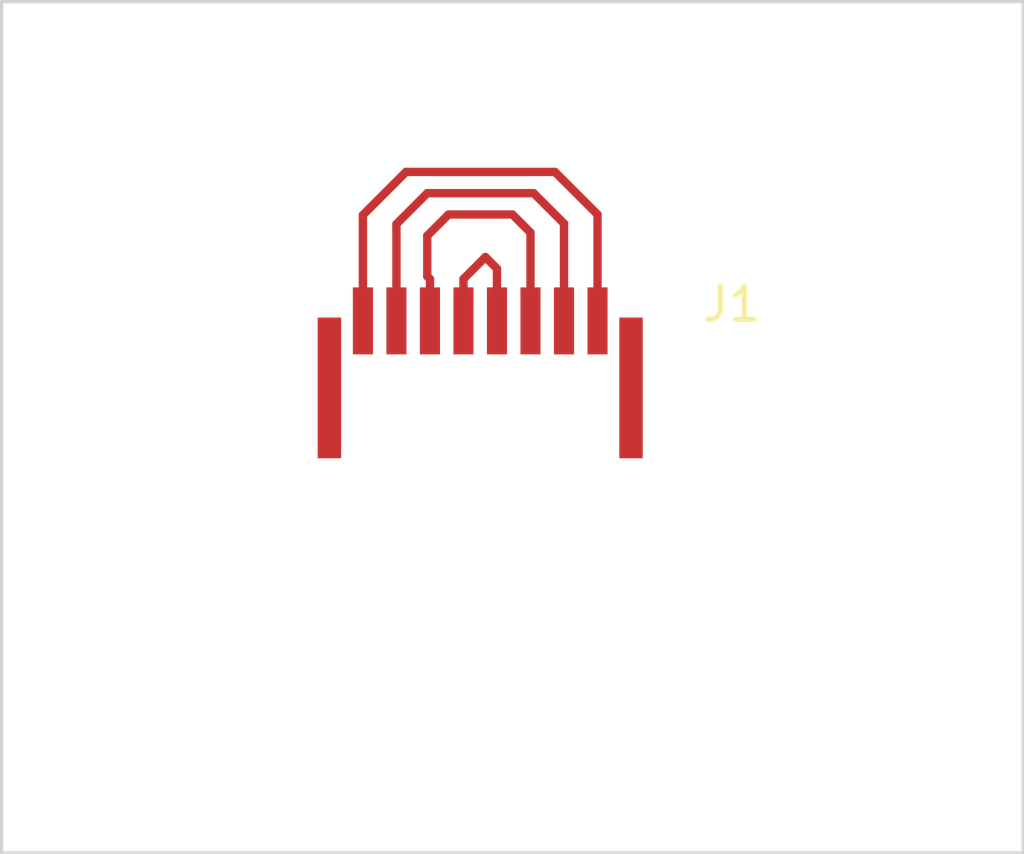
<source format=kicad_pcb>
(kicad_pcb (version 20171130) (host pcbnew "(5.1.4-0-10_14)")

  (general
    (thickness 1.6)
    (drawings 5)
    (tracks 21)
    (zones 0)
    (modules 1)
    (nets 5)
  )

  (page A4)
  (layers
    (0 F.Cu signal)
    (31 B.Cu signal)
    (32 B.Adhes user)
    (33 F.Adhes user)
    (34 B.Paste user)
    (35 F.Paste user)
    (36 B.SilkS user)
    (37 F.SilkS user)
    (38 B.Mask user)
    (39 F.Mask user)
    (40 Dwgs.User user)
    (41 Cmts.User user)
    (42 Eco1.User user)
    (43 Eco2.User user)
    (44 Edge.Cuts user)
    (45 Margin user)
    (46 B.CrtYd user)
    (47 F.CrtYd user)
    (48 B.Fab user)
    (49 F.Fab user)
  )

  (setup
    (last_trace_width 0.25)
    (trace_clearance 0.2)
    (zone_clearance 0.508)
    (zone_45_only no)
    (trace_min 0.2)
    (via_size 0.8)
    (via_drill 0.4)
    (via_min_size 0.4)
    (via_min_drill 0.3)
    (uvia_size 0.3)
    (uvia_drill 0.1)
    (uvias_allowed no)
    (uvia_min_size 0.2)
    (uvia_min_drill 0.1)
    (edge_width 0.05)
    (segment_width 0.2)
    (pcb_text_width 0.3)
    (pcb_text_size 1.5 1.5)
    (mod_edge_width 0.12)
    (mod_text_size 1 1)
    (mod_text_width 0.15)
    (pad_size 0.7 4.199999)
    (pad_drill 0)
    (pad_to_mask_clearance 0.051)
    (solder_mask_min_width 0.25)
    (aux_axis_origin 0 0)
    (visible_elements FFFFFF7F)
    (pcbplotparams
      (layerselection 0x010fc_ffffffff)
      (usegerberextensions false)
      (usegerberattributes false)
      (usegerberadvancedattributes false)
      (creategerberjobfile false)
      (excludeedgelayer true)
      (linewidth 0.100000)
      (plotframeref false)
      (viasonmask false)
      (mode 1)
      (useauxorigin false)
      (hpglpennumber 1)
      (hpglpenspeed 20)
      (hpglpendiameter 15.000000)
      (psnegative false)
      (psa4output false)
      (plotreference true)
      (plotvalue true)
      (plotinvisibletext false)
      (padsonsilk false)
      (subtractmaskfromsilk false)
      (outputformat 1)
      (mirror false)
      (drillshape 1)
      (scaleselection 1)
      (outputdirectory ""))
  )

  (net 0 "")
  (net 1 "Net-(J1-Pad1)")
  (net 2 "Net-(J1-Pad4)")
  (net 3 "Net-(J1-Pad3)")
  (net 4 "Net-(J1-Pad2)")

  (net_class Default "This is the default net class."
    (clearance 0.2)
    (trace_width 0.25)
    (via_dia 0.8)
    (via_drill 0.4)
    (uvia_dia 0.3)
    (uvia_drill 0.1)
    (add_net "Net-(J1-Pad1)")
    (add_net "Net-(J1-Pad10)")
    (add_net "Net-(J1-Pad2)")
    (add_net "Net-(J1-Pad3)")
    (add_net "Net-(J1-Pad4)")
    (add_net "Net-(J1-Pad9)")
  )

  (module HFW8R-1STE1LF:HFW8R-1STE1LF (layer F.Cu) (tedit 5DADDFB4) (tstamp 5DADE0E3)
    (at 137.16 98.425)
    (path /5DAEE34F)
    (fp_text reference J1 (at 4 -0.5) (layer F.SilkS)
      (effects (font (size 1 1) (thickness 0.15)))
    )
    (fp_text value Conn_01x10_Male (at -2.5 -2) (layer F.Fab)
      (effects (font (size 1 1) (thickness 0.15)))
    )
    (fp_line (start 1.5 5.5) (end 1.5 0.5) (layer F.Fab) (width 0.12))
    (fp_line (start -8.5 5.5) (end 1.5 5.5) (layer F.Fab) (width 0.12))
    (fp_line (start -8.5 0.5) (end -8.5 5.5) (layer F.Fab) (width 0.12))
    (fp_line (start 1.5 0.5) (end -8.5 0.5) (layer F.Fab) (width 0.12))
    (pad 10 smd rect (at 1 2) (size 0.7 4.2) (layers F.Cu F.Paste F.Mask))
    (pad 9 smd rect (at -8 2) (size 0.7 4.2) (layers F.Cu F.Paste F.Mask))
    (pad 8 smd rect (at -7 0) (size 0.6 2) (layers F.Cu F.Paste F.Mask)
      (net 1 "Net-(J1-Pad1)"))
    (pad 7 smd rect (at -6 0) (size 0.6 2) (layers F.Cu F.Paste F.Mask)
      (net 4 "Net-(J1-Pad2)"))
    (pad 6 smd rect (at -5 0) (size 0.6 2) (layers F.Cu F.Paste F.Mask)
      (net 3 "Net-(J1-Pad3)"))
    (pad 5 smd rect (at -4 0) (size 0.6 2) (layers F.Cu F.Paste F.Mask)
      (net 2 "Net-(J1-Pad4)"))
    (pad 4 smd rect (at -3 0) (size 0.6 2) (layers F.Cu F.Paste F.Mask)
      (net 2 "Net-(J1-Pad4)"))
    (pad 3 smd rect (at -2 0) (size 0.6 2) (layers F.Cu F.Paste F.Mask)
      (net 3 "Net-(J1-Pad3)"))
    (pad 2 smd rect (at -1 0) (size 0.6 2) (layers F.Cu F.Paste F.Mask)
      (net 4 "Net-(J1-Pad2)"))
    (pad 1 smd rect (at 0 0) (size 0.6 2) (layers F.Cu F.Paste F.Mask)
      (net 1 "Net-(J1-Pad1)"))
    (model ${KIPRJMOD}/3d/HFW8R-1STE1LF.stp
      (offset (xyz 7.5 -0.5 1.91))
      (scale (xyz 1 1 1))
      (rotate (xyz 90 0 0))
    )
  )

  (gr_line (start 119.38 114.3) (end 119.38 101.6) (layer Edge.Cuts) (width 0.1))
  (gr_line (start 149.86 114.3) (end 119.38 114.3) (layer Edge.Cuts) (width 0.1))
  (gr_line (start 149.86 88.9) (end 149.86 114.3) (layer Edge.Cuts) (width 0.1))
  (gr_line (start 119.38 88.9) (end 149.86 88.9) (layer Edge.Cuts) (width 0.1))
  (gr_line (start 119.38 101.6) (end 119.38 88.9) (layer Edge.Cuts) (width 0.1))

  (segment (start 130.16 98.425) (end 130.16 95.265) (width 0.25) (layer F.Cu) (net 1))
  (segment (start 130.16 95.265) (end 131.445 93.98) (width 0.25) (layer F.Cu) (net 1))
  (segment (start 131.445 93.98) (end 135.89 93.98) (width 0.25) (layer F.Cu) (net 1))
  (segment (start 135.89 93.98) (end 137.16 95.25) (width 0.25) (layer F.Cu) (net 1))
  (segment (start 137.16 95.25) (end 137.16 98.425) (width 0.25) (layer F.Cu) (net 1))
  (segment (start 133.16 97.175) (end 133.815 96.52) (width 0.25) (layer F.Cu) (net 2))
  (segment (start 133.16 98.425) (end 133.16 97.175) (width 0.25) (layer F.Cu) (net 2))
  (segment (start 134.16 96.865) (end 134.16 98.425) (width 0.25) (layer F.Cu) (net 2))
  (segment (start 133.815 96.52) (end 134.16 96.865) (width 0.25) (layer F.Cu) (net 2))
  (segment (start 135.16 95.79) (end 135.16 98.425) (width 0.25) (layer F.Cu) (net 3))
  (segment (start 132.16 98.425) (end 132.16 97.175) (width 0.25) (layer F.Cu) (net 3))
  (segment (start 132.715 95.25) (end 134.62 95.25) (width 0.25) (layer F.Cu) (net 3))
  (segment (start 132.08 95.885) (end 132.715 95.25) (width 0.25) (layer F.Cu) (net 3))
  (segment (start 134.62 95.25) (end 135.16 95.79) (width 0.25) (layer F.Cu) (net 3))
  (segment (start 132.08 97.095) (end 132.08 95.885) (width 0.25) (layer F.Cu) (net 3))
  (segment (start 132.16 97.175) (end 132.08 97.095) (width 0.25) (layer F.Cu) (net 3))
  (segment (start 136.16 95.52) (end 136.16 98.425) (width 0.25) (layer F.Cu) (net 4))
  (segment (start 135.255 94.615) (end 136.16 95.52) (width 0.25) (layer F.Cu) (net 4))
  (segment (start 131.16 95.535) (end 132.08 94.615) (width 0.25) (layer F.Cu) (net 4))
  (segment (start 132.08 94.615) (end 135.255 94.615) (width 0.25) (layer F.Cu) (net 4))
  (segment (start 131.16 98.425) (end 131.16 95.535) (width 0.25) (layer F.Cu) (net 4))

)

</source>
